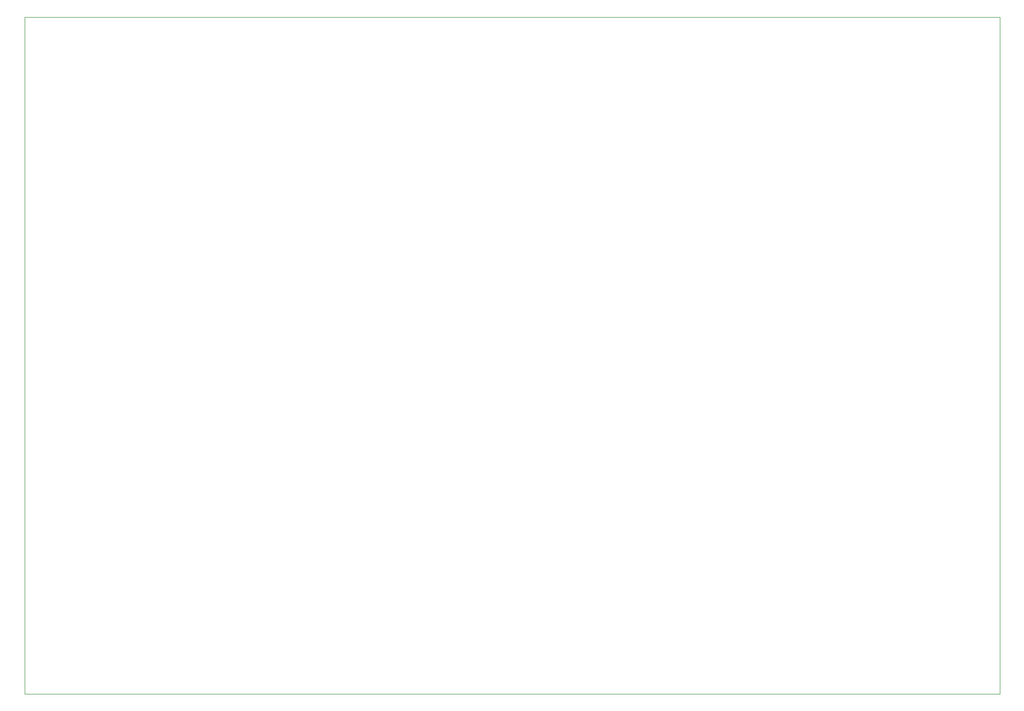
<source format=gbr>
%TF.GenerationSoftware,KiCad,Pcbnew,5.1.10*%
%TF.CreationDate,2021-11-10T11:01:34+01:00*%
%TF.ProjectId,Controller,436f6e74-726f-46c6-9c65-722e6b696361,rev?*%
%TF.SameCoordinates,Original*%
%TF.FileFunction,Profile,NP*%
%FSLAX46Y46*%
G04 Gerber Fmt 4.6, Leading zero omitted, Abs format (unit mm)*
G04 Created by KiCad (PCBNEW 5.1.10) date 2021-11-10 11:01:34*
%MOMM*%
%LPD*%
G01*
G04 APERTURE LIST*
%TA.AperFunction,Profile*%
%ADD10C,0.050000*%
%TD*%
G04 APERTURE END LIST*
D10*
X65000000Y-153000000D02*
X65000000Y-39000000D01*
X229000000Y-153000000D02*
X65000000Y-153000000D01*
X229000000Y-39000000D02*
X229000000Y-153000000D01*
X65000000Y-39000000D02*
X229000000Y-39000000D01*
M02*

</source>
